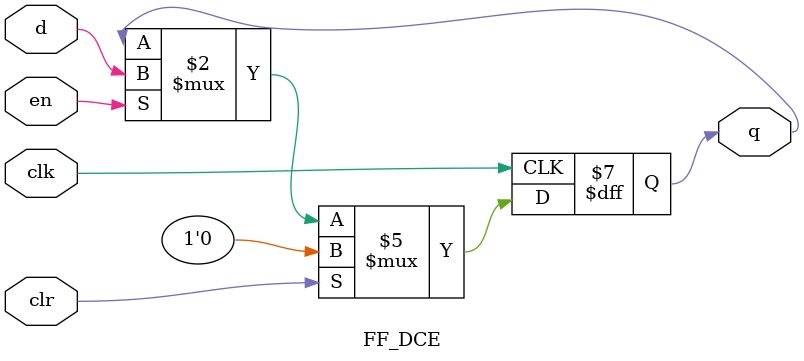
<source format=v>
`timescale 1ns / 1ps
module FF_DCE(q, clk, d, clr, en); 
 input clk, clr, en, d; 
 output reg q; 
 
 always @(posedge clk) 
 if (clr) q <= 0; 
 else if (en) q <= d; 
 
endmodule

</source>
